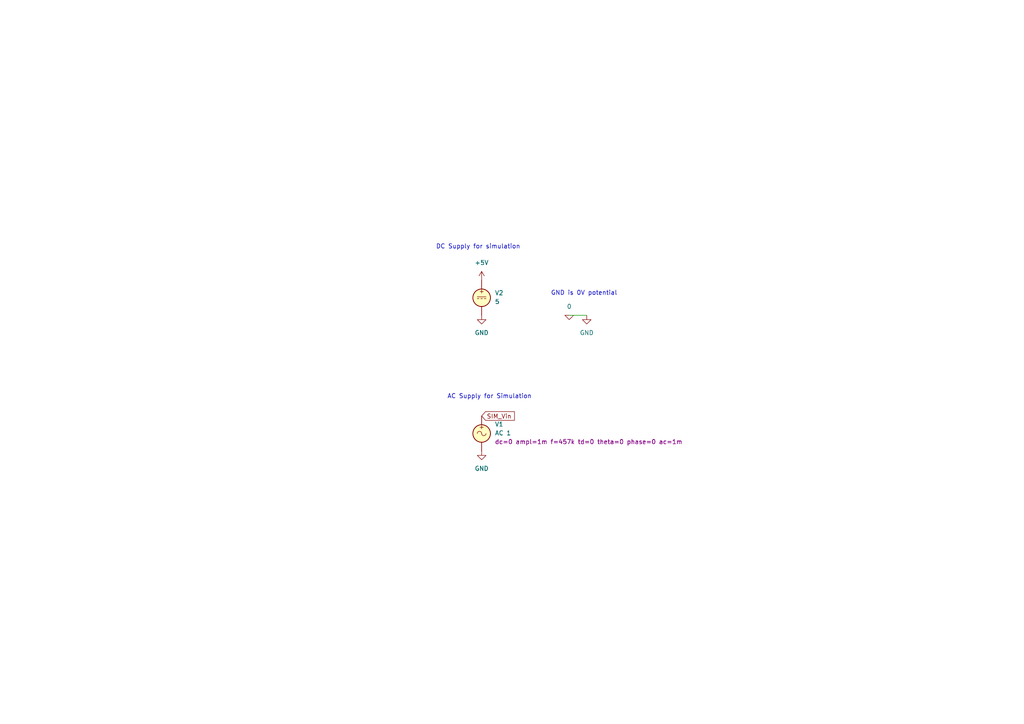
<source format=kicad_sch>
(kicad_sch (version 20250114) (generator "eeschema") (generator_version "9.0")
  (paper "A4")
  (lib_symbols
    (symbol "Simulation_SPICE:0" (power) (pin_names (offset 0))
      (property "Value" "0" (at 0 -1.778 0))
      (symbol "0_0_1"
        (polyline (pts (xy -1.27 0) (xy 0 -1.27) (xy 1.27 0) (xy -1.27 0)))
      )
      (symbol "0_1_1"
        (pin power_in line (at 0 0 0) (length 0) (hide yes) (name "0") (number "1"))
      )
    )
    (symbol "Simulation_SPICE:VDC" (pin_numbers (hide yes)) (pin_names (offset 0.0254))
      (property "Reference" "V" (at 2.54 2.54 0))
      (property "Value" "1" (at 2.54 0 0))
      (symbol "VDC_0_0"
        (polyline (pts (xy -1.27 0.254) (xy 1.27 0.254)))
        (polyline (pts (xy -0.762 -0.254) (xy -1.27 -0.254)))
        (polyline (pts (xy 0.254 -0.254) (xy -0.254 -0.254)))
        (polyline (pts (xy 1.27 -0.254) (xy 0.762 -0.254)))
        (text "+" (at 0 1.905 0) (effects (font (size 1.27 1.27))))
      )
      (symbol "VDC_0_1"
        (circle (center 0 0) (radius 2.54) (stroke (width 0.254)) (fill (type background)))
      )
      (symbol "VDC_1_1"
        (pin passive line (at 0 5.08 270) (length 2.54) (name "~") (number "1"))
        (pin passive line (at 0 -5.08 90) (length 2.54) (name "~") (number "2"))
      )
    )
    (symbol "Simulation_SPICE:VSIN" (pin_numbers (hide yes)) (pin_names (offset 0.0254))
      (property "Reference" "V" (at 2.54 2.54 0))
      (property "Value" "VSIN" (at 2.54 0 0))
      (property "Sim.Params" "dc=0 ampl=1 f=1k ac=1" (at 2.54 -2.54 0))
      (symbol "VSIN_0_0"
        (arc (start -1.27 0) (mid -0.635 0.6323) (end 0 0))
        (arc (start 1.27 0) (mid 0.635 -0.6323) (end 0 0))
        (text "+" (at 0 1.905 0) (effects (font (size 1.27 1.27))))
      )
      (symbol "VSIN_0_1"
        (circle (center 0 0) (radius 2.54) (stroke (width 0.254)) (fill (type background)))
      )
      (symbol "VSIN_1_1"
        (pin passive line (at 0 5.08 270) (length 2.54) (name "~") (number "1"))
        (pin passive line (at 0 -5.08 90) (length 2.54) (name "~") (number "2"))
      )
    )
    (symbol "power:+5V" (power) (pin_names (offset 0))
      (property "Value" "+5V" (at 0 3.556 0))
      (symbol "+5V_0_1"
        (polyline (pts (xy -0.762 1.27) (xy 0 2.54)))
        (polyline (pts (xy 0 2.54) (xy 0.762 1.27)))
        (polyline (pts (xy 0 0) (xy 0 2.54)))
      )
      (symbol "+5V_1_1"
        (pin power_in line (at 0 0 90) (length 0) (hide yes) (name "+5V") (number "1"))
      )
    )
    (symbol "power:GND" (power) (pin_names (offset 0))
      (property "Value" "GND" (at 0 -3.81 0))
      (symbol "GND_0_1"
        (polyline (pts (xy 0 0) (xy 0 -1.27) (xy 1.27 -1.27) (xy 0 -2.54) (xy -1.27 -1.27) (xy 0 -1.27)))
      )
      (symbol "GND_1_1"
        (pin power_in line (at 0 0 270) (length 0) (hide yes) (name "GND") (number "1"))
      )
    )
  )
  (text "GND is 0V potential" (at 169.418 85.09 0) (effects (font (size 1.27 1.27))))
  (text "AC Supply for Simulation" (at 141.986 115.062 0) (effects (font (size 1.27 1.27))))
  (text "DC Supply for simulation" (at 138.684 71.628 0) (effects (font (size 1.27 1.27))))
  (wire (pts (xy 165.1 91.44) (xy 170.18 91.44)))
  (global_label "SIM_Vin" (shape input) (at 139.7 120.65 0) (property "Intersheetrefs" "${INTERSHEET_REFS}" (effects (hide yes))))
  (symbol (lib_id "power:GND") (at 139.7 130.81 0) (unit 1)
    (property "Reference" "#PWR08" (effects (hide yes)))
    (property "Value" "GND" (at 139.7 135.89 0))
    (property "Description" "Power symbol creates a global label with name \"GND\" , ground" (effects (hide yes)))
  )
  (symbol (lib_id "power:GND") (at 170.18 91.44 0) (unit 1)
    (property "Reference" "#PWR05" (effects (hide yes)))
    (property "Value" "GND" (at 170.18 96.52 0))
    (property "Description" "Power symbol creates a global label with name \"GND\" , ground" (effects (hide yes)))
  )
  (symbol (lib_id "power:GND") (at 139.7 91.44 0) (unit 1)
    (property "Reference" "#PWR06" (effects (hide yes)))
    (property "Value" "GND" (at 139.7 96.52 0))
    (property "Description" "Power symbol creates a global label with name \"GND\" , ground" (effects (hide yes)))
  )
  (symbol (lib_id "power:+5V") (at 139.7 81.28 0) (unit 1)
    (property "Reference" "#PWR07" (effects (hide yes)))
    (property "Value" "+5V" (at 139.7 76.2 0))
    (property "Description" "Power symbol creates a global label with name \"+5V\"" (effects (hide yes)))
  )
  (symbol (lib_id "Simulation_SPICE:VDC") (at 139.7 86.36 0) (unit 1) (in_bom no) (on_board no)
    (property "Reference" "V2" (at 143.51 84.9601 0) (effects (justify left)))
    (property "Value" "5" (at 143.51 87.5001 0) (effects (justify left)))
    (property "Datasheet" "https://ngspice.sourceforge.io/docs/ngspice-html-manual/manual.xhtml#sec_Independent_Sources_for" (effects (hide yes)))
    (property "Description" "Voltage source, DC" (effects (hide yes)))
    (property "Sim.Pins" "1=+ 2=-" (effects (hide yes)))
    (property "Sim.Type" "DC" (effects (hide yes)))
    (property "Sim.Device" "V" (effects (hide yes)))
  )
  (symbol (lib_id "Simulation_SPICE:0") (at 165.1 91.44 0) (unit 1) (in_bom no) (on_board no)
    (property "Reference" "#GND01" (effects (hide yes)))
    (property "Value" "0" (at 165.1 88.9 0))
    (property "Datasheet" "https://ngspice.sourceforge.io/docs/ngspice-html-manual/manual.xhtml#subsec_Circuit_elements__device" (effects (hide yes)))
    (property "Description" "0V reference potential for simulation" (effects (hide yes)))
  )
  (symbol (lib_id "Simulation_SPICE:VSIN") (at 139.7 125.73 0) (unit 1) (in_bom no) (on_board no)
    (property "Reference" "V1" (at 143.51 123.0601 0) (effects (justify left)))
    (property "Value" "AC 1" (at 143.51 125.6001 0) (effects (justify left)))
    (property "Datasheet" "https://ngspice.sourceforge.io/docs/ngspice-html-manual/manual.xhtml#sec_Independent_Sources_for" (effects (hide yes)))
    (property "Description" "Voltage source, sinusoidal" (effects (hide yes)))
    (property "Sim.Pins" "1=+ 2=-" (effects (hide yes)))
    (property "Sim.Params" "dc=0 ampl=1m f=457k td=0 theta=0 phase=0 ac=1m" (at 143.51 128.1401 0) (effects (justify left)))
    (property "Sim.Type" "SIN" (effects (hide yes)))
    (property "Sim.Device" "V" (effects (hide yes)))
  )
)
</source>
